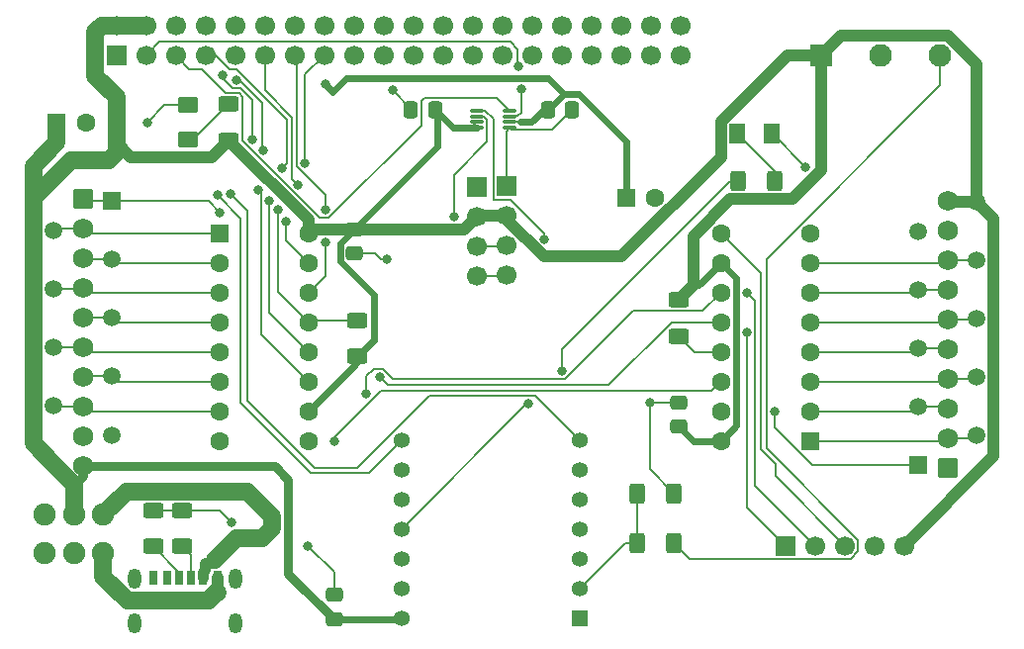
<source format=gbr>
%TF.GenerationSoftware,KiCad,Pcbnew,9.0.6*%
%TF.CreationDate,2025-11-29T13:47:23-05:00*%
%TF.ProjectId,SPI_Hat,5350495f-4861-4742-9e6b-696361645f70,rev?*%
%TF.SameCoordinates,Original*%
%TF.FileFunction,Copper,L1,Top*%
%TF.FilePolarity,Positive*%
%FSLAX46Y46*%
G04 Gerber Fmt 4.6, Leading zero omitted, Abs format (unit mm)*
G04 Created by KiCad (PCBNEW 9.0.6) date 2025-11-29 13:47:23*
%MOMM*%
%LPD*%
G01*
G04 APERTURE LIST*
G04 Aperture macros list*
%AMRoundRect*
0 Rectangle with rounded corners*
0 $1 Rounding radius*
0 $2 $3 $4 $5 $6 $7 $8 $9 X,Y pos of 4 corners*
0 Add a 4 corners polygon primitive as box body*
4,1,4,$2,$3,$4,$5,$6,$7,$8,$9,$2,$3,0*
0 Add four circle primitives for the rounded corners*
1,1,$1+$1,$2,$3*
1,1,$1+$1,$4,$5*
1,1,$1+$1,$6,$7*
1,1,$1+$1,$8,$9*
0 Add four rect primitives between the rounded corners*
20,1,$1+$1,$2,$3,$4,$5,0*
20,1,$1+$1,$4,$5,$6,$7,0*
20,1,$1+$1,$6,$7,$8,$9,0*
20,1,$1+$1,$8,$9,$2,$3,0*%
G04 Aperture macros list end*
%TA.AperFunction,ComponentPad*%
%ADD10R,1.700000X1.700000*%
%TD*%
%TA.AperFunction,ComponentPad*%
%ADD11C,1.700000*%
%TD*%
%TA.AperFunction,SMDPad,CuDef*%
%ADD12RoundRect,0.250000X0.400000X0.625000X-0.400000X0.625000X-0.400000X-0.625000X0.400000X-0.625000X0*%
%TD*%
%TA.AperFunction,SMDPad,CuDef*%
%ADD13RoundRect,0.250001X0.462499X0.624999X-0.462499X0.624999X-0.462499X-0.624999X0.462499X-0.624999X0*%
%TD*%
%TA.AperFunction,SMDPad,CuDef*%
%ADD14R,0.700000X1.200000*%
%TD*%
%TA.AperFunction,SMDPad,CuDef*%
%ADD15R,0.760000X1.200000*%
%TD*%
%TA.AperFunction,SMDPad,CuDef*%
%ADD16R,0.800000X1.200000*%
%TD*%
%TA.AperFunction,ComponentPad*%
%ADD17O,1.150000X1.750000*%
%TD*%
%TA.AperFunction,ComponentPad*%
%ADD18R,1.358000X1.358000*%
%TD*%
%TA.AperFunction,ComponentPad*%
%ADD19C,1.358000*%
%TD*%
%TA.AperFunction,ComponentPad*%
%ADD20RoundRect,0.250000X0.550000X0.550000X-0.550000X0.550000X-0.550000X-0.550000X0.550000X-0.550000X0*%
%TD*%
%TA.AperFunction,ComponentPad*%
%ADD21C,1.600000*%
%TD*%
%TA.AperFunction,SMDPad,CuDef*%
%ADD22RoundRect,0.250000X-0.400000X-0.625000X0.400000X-0.625000X0.400000X0.625000X-0.400000X0.625000X0*%
%TD*%
%TA.AperFunction,ComponentPad*%
%ADD23R,1.508000X1.508000*%
%TD*%
%TA.AperFunction,ComponentPad*%
%ADD24C,1.508000*%
%TD*%
%TA.AperFunction,ComponentPad*%
%ADD25RoundRect,0.250000X-0.550000X-0.550000X0.550000X-0.550000X0.550000X0.550000X-0.550000X0.550000X0*%
%TD*%
%TA.AperFunction,SMDPad,CuDef*%
%ADD26RoundRect,0.250000X-0.625000X0.400000X-0.625000X-0.400000X0.625000X-0.400000X0.625000X0.400000X0*%
%TD*%
%TA.AperFunction,SMDPad,CuDef*%
%ADD27RoundRect,0.250000X0.625000X-0.400000X0.625000X0.400000X-0.625000X0.400000X-0.625000X-0.400000X0*%
%TD*%
%TA.AperFunction,ComponentPad*%
%ADD28RoundRect,0.250000X0.620000X-0.620000X0.620000X0.620000X-0.620000X0.620000X-0.620000X-0.620000X0*%
%TD*%
%TA.AperFunction,ComponentPad*%
%ADD29C,1.740000*%
%TD*%
%TA.AperFunction,ComponentPad*%
%ADD30C,1.900000*%
%TD*%
%TA.AperFunction,SMDPad,CuDef*%
%ADD31RoundRect,0.250000X0.337500X0.475000X-0.337500X0.475000X-0.337500X-0.475000X0.337500X-0.475000X0*%
%TD*%
%TA.AperFunction,SMDPad,CuDef*%
%ADD32RoundRect,0.250000X0.475000X-0.337500X0.475000X0.337500X-0.475000X0.337500X-0.475000X-0.337500X0*%
%TD*%
%TA.AperFunction,SMDPad,CuDef*%
%ADD33RoundRect,0.250000X-0.475000X0.337500X-0.475000X-0.337500X0.475000X-0.337500X0.475000X0.337500X0*%
%TD*%
%TA.AperFunction,SMDPad,CuDef*%
%ADD34RoundRect,0.250001X-0.624999X0.462499X-0.624999X-0.462499X0.624999X-0.462499X0.624999X0.462499X0*%
%TD*%
%TA.AperFunction,ComponentPad*%
%ADD35R,1.950000X1.950000*%
%TD*%
%TA.AperFunction,ComponentPad*%
%ADD36C,1.950000*%
%TD*%
%TA.AperFunction,SMDPad,CuDef*%
%ADD37RoundRect,0.250000X-0.337500X-0.475000X0.337500X-0.475000X0.337500X0.475000X-0.337500X0.475000X0*%
%TD*%
%TA.AperFunction,SMDPad,CuDef*%
%ADD38RoundRect,0.033750X0.526250X0.101250X-0.526250X0.101250X-0.526250X-0.101250X0.526250X-0.101250X0*%
%TD*%
%TA.AperFunction,ComponentPad*%
%ADD39RoundRect,0.250000X-0.620000X0.620000X-0.620000X-0.620000X0.620000X-0.620000X0.620000X0.620000X0*%
%TD*%
%TA.AperFunction,ViaPad*%
%ADD40C,0.800000*%
%TD*%
%TA.AperFunction,Conductor*%
%ADD41C,1.500000*%
%TD*%
%TA.AperFunction,Conductor*%
%ADD42C,0.600000*%
%TD*%
%TA.AperFunction,Conductor*%
%ADD43C,1.000000*%
%TD*%
%TA.AperFunction,Conductor*%
%ADD44C,0.200000*%
%TD*%
%TA.AperFunction,Conductor*%
%ADD45C,0.800000*%
%TD*%
%TA.AperFunction,Conductor*%
%ADD46C,0.900000*%
%TD*%
G04 APERTURE END LIST*
D10*
%TO.P,J1,1,Pin_1*%
%TO.N,+3.3VA*%
X104370000Y-79770000D03*
D11*
%TO.P,J1,2,Pin_2*%
%TO.N,+5VA*%
X104370000Y-77230000D03*
%TO.P,J1,3,GPIO2*%
%TO.N,Net-(J1-GPIO2)*%
X106910000Y-79770000D03*
%TO.P,J1,4,Pin_4*%
%TO.N,+5VA*%
X106910000Y-77230000D03*
%TO.P,J1,5,GPIO3*%
%TO.N,Net-(J1-GPIO3)*%
X109450000Y-79770000D03*
%TO.P,J1,6,Pin_6*%
%TO.N,unconnected-(J1-Pin_6-Pad6)*%
X109450000Y-77230000D03*
%TO.P,J1,7,Pin_7*%
%TO.N,Net-(J1-Pin_7)*%
X111990000Y-79770000D03*
%TO.P,J1,8,Pin_8*%
%TO.N,Net-(J1-Pin_8)*%
X111990000Y-77230000D03*
%TO.P,J1,9,Pin_9*%
%TO.N,unconnected-(J1-Pin_9-Pad9)*%
X114530000Y-79770000D03*
%TO.P,J1,10,Pin_10*%
%TO.N,Net-(J1-Pin_10)*%
X114530000Y-77230000D03*
%TO.P,J1,11,Pin_11*%
%TO.N,Net-(J1-Pin_11)*%
X117070000Y-79770000D03*
%TO.P,J1,12,Pin_12*%
%TO.N,unconnected-(J1-Pin_12-Pad12)*%
X117070000Y-77230000D03*
%TO.P,J1,13,Pin_13*%
%TO.N,Net-(J1-Pin_13)*%
X119610000Y-79770000D03*
%TO.P,J1,14,Pin_14*%
%TO.N,unconnected-(J1-Pin_14-Pad14)*%
X119610000Y-77230000D03*
%TO.P,J1,15,Pin_15*%
%TO.N,Net-(J1-Pin_15)*%
X122150000Y-79770000D03*
%TO.P,J1,16,Pin_16*%
%TO.N,unconnected-(J1-Pin_16-Pad16)*%
X122150000Y-77230000D03*
%TO.P,J1,17,Pin_17*%
%TO.N,unconnected-(J1-Pin_17-Pad17)*%
X124690000Y-79770000D03*
%TO.P,J1,18,Pin_18*%
%TO.N,unconnected-(J1-Pin_18-Pad18)*%
X124690000Y-77230000D03*
%TO.P,J1,19,Pin_19*%
%TO.N,unconnected-(J1-Pin_19-Pad19)*%
X127230000Y-79770000D03*
%TO.P,J1,20,Pin_20*%
%TO.N,unconnected-(J1-Pin_20-Pad20)*%
X127230000Y-77230000D03*
%TO.P,J1,21,Pin_21*%
%TO.N,unconnected-(J1-Pin_21-Pad21)*%
X129770000Y-79770000D03*
%TO.P,J1,22,Pin_22*%
%TO.N,unconnected-(J1-Pin_22-Pad22)*%
X129770000Y-77230000D03*
%TO.P,J1,23,Pin_23*%
%TO.N,unconnected-(J1-Pin_23-Pad23)*%
X132310000Y-79770000D03*
%TO.P,J1,24,Pin_24*%
%TO.N,unconnected-(J1-Pin_24-Pad24)*%
X132310000Y-77230000D03*
%TO.P,J1,25,Pin_25*%
%TO.N,unconnected-(J1-Pin_25-Pad25)*%
X134850000Y-79770000D03*
%TO.P,J1,26,Pin_26*%
%TO.N,unconnected-(J1-Pin_26-Pad26)*%
X134850000Y-77230000D03*
%TO.P,J1,27,Pin_27*%
%TO.N,unconnected-(J1-Pin_27-Pad27)*%
X137390000Y-79770000D03*
%TO.P,J1,28,Pin_28*%
%TO.N,unconnected-(J1-Pin_28-Pad28)*%
X137390000Y-77230000D03*
%TO.P,J1,29,Pin_29*%
%TO.N,unconnected-(J1-Pin_29-Pad29)*%
X139930000Y-79770000D03*
%TO.P,J1,30,Pin_30*%
%TO.N,unconnected-(J1-Pin_30-Pad30)*%
X139930000Y-77230000D03*
%TO.P,J1,31,Pin_31*%
%TO.N,unconnected-(J1-Pin_31-Pad31)*%
X142470000Y-79770000D03*
%TO.P,J1,32,Pin_32*%
%TO.N,unconnected-(J1-Pin_32-Pad32)*%
X142470000Y-77230000D03*
%TO.P,J1,33,Pin_33*%
%TO.N,unconnected-(J1-Pin_33-Pad33)*%
X145010000Y-79770000D03*
%TO.P,J1,34,Pin_34*%
%TO.N,unconnected-(J1-Pin_34-Pad34)*%
X145010000Y-77230000D03*
%TO.P,J1,35,Pin_35*%
%TO.N,unconnected-(J1-Pin_35-Pad35)*%
X147550000Y-79770000D03*
%TO.P,J1,36,Pin_36*%
%TO.N,unconnected-(J1-Pin_36-Pad36)*%
X147550000Y-77230000D03*
%TO.P,J1,37,Pin_37*%
%TO.N,unconnected-(J1-Pin_37-Pad37)*%
X150090000Y-79770000D03*
%TO.P,J1,38,Pin_38*%
%TO.N,unconnected-(J1-Pin_38-Pad38)*%
X150090000Y-77230000D03*
%TO.P,J1,39,Pin_39*%
%TO.N,unconnected-(J1-Pin_39-Pad39)*%
X152630000Y-79770000D03*
%TO.P,J1,40,Pin_40*%
%TO.N,unconnected-(J1-Pin_40-Pad40)*%
X152630000Y-77230000D03*
%TD*%
D12*
%TO.P,R8,1*%
%TO.N,GND*%
X152050000Y-117250000D03*
%TO.P,R8,2*%
%TO.N,Net-(U3-D1)*%
X148950000Y-117250000D03*
%TD*%
D13*
%TO.P,D2,1,K*%
%TO.N,GND*%
X160487500Y-86500000D03*
%TO.P,D2,2,A*%
%TO.N,Net-(D2-A)*%
X157512500Y-86500000D03*
%TD*%
D14*
%TO.P,5v_in1,A5,CC1*%
%TO.N,Net-(5v_in1-CC1)*%
X109750000Y-124500000D03*
D15*
%TO.P,5v_in1,A9,VBUS_A*%
%TO.N,Net-(5v_in1-VBUS_A)*%
X111770000Y-124500000D03*
D16*
%TO.P,5v_in1,A12,GND_A*%
%TO.N,Net-(5v_in1-GND_A)*%
X113000000Y-124500000D03*
D14*
%TO.P,5v_in1,B5,CC2*%
%TO.N,Net-(5v_in1-CC2)*%
X110750000Y-124500000D03*
D15*
%TO.P,5v_in1,B9,VBUS_B*%
%TO.N,unconnected-(5v_in1-VBUS_B-PadB9)*%
X108730000Y-124500000D03*
D16*
%TO.P,5v_in1,B12,GND_B*%
%TO.N,unconnected-(5v_in1-GND_B-PadB12)*%
X107500000Y-124500000D03*
D17*
%TO.P,5v_in1,SH1,SHIELD*%
%TO.N,unconnected-(5v_in1-SHIELD-PadSH1)*%
X105930000Y-124580000D03*
%TO.P,5v_in1,SH2,SHIELD__1*%
%TO.N,unconnected-(5v_in1-SHIELD__1-PadSH2)*%
X114570000Y-124580000D03*
%TO.P,5v_in1,SH3,SHIELD__2*%
%TO.N,unconnected-(5v_in1-SHIELD__2-PadSH3)*%
X105930000Y-128380000D03*
%TO.P,5v_in1,SH4,SHIELD__3*%
%TO.N,unconnected-(5v_in1-SHIELD__3-PadSH4)*%
X114570000Y-128380000D03*
%TD*%
D18*
%TO.P,U3,1,D0*%
%TO.N,unconnected-(U3-D0-Pad1)*%
X143990000Y-127953000D03*
D19*
%TO.P,U3,2,D1*%
%TO.N,Net-(U3-D1)*%
X143990000Y-125413000D03*
%TO.P,U3,3,D2*%
%TO.N,unconnected-(U3-D2-Pad3)*%
X143990000Y-122873000D03*
%TO.P,U3,4,D3*%
%TO.N,unconnected-(U3-D3-Pad4)*%
X143990000Y-120333000D03*
%TO.P,U3,5,D4*%
%TO.N,unconnected-(U3-D4-Pad5)*%
X143990000Y-117793000D03*
%TO.P,U3,6,D5*%
%TO.N,unconnected-(U3-D5-Pad6)*%
X143990000Y-115253000D03*
%TO.P,U3,7,TX_D6*%
%TO.N,Net-(J1-Pin_10)*%
X143990000Y-112713000D03*
%TO.P,U3,8,RX_D7*%
%TO.N,Net-(J1-Pin_8)*%
X128750000Y-112713000D03*
%TO.P,U3,9,D8*%
%TO.N,unconnected-(U3-D8-Pad9)*%
X128750000Y-115253000D03*
%TO.P,U3,10,D9*%
%TO.N,unconnected-(U3-D9-Pad10)*%
X128750000Y-117793000D03*
%TO.P,U3,11,D10*%
%TO.N,Net-(U3-D10)*%
X128750000Y-120333000D03*
%TO.P,U3,12,VCC_3V3*%
%TO.N,unconnected-(U3-VCC_3V3-Pad12)*%
X128750000Y-122873000D03*
%TO.P,U3,13,GND*%
%TO.N,GND*%
X128750000Y-125413000D03*
%TO.P,U3,14,VUSB*%
%TO.N,+5VA*%
X128750000Y-127953000D03*
%TD*%
D20*
%TO.P,U2,1,QB*%
%TO.N,Net-(J3-Pin_2)*%
X163750000Y-112780000D03*
D21*
%TO.P,U2,2,QC*%
%TO.N,Net-(J3-Pin_3)*%
X163750000Y-110240000D03*
%TO.P,U2,3,QD*%
%TO.N,Net-(J3-Pin_4)*%
X163750000Y-107700000D03*
%TO.P,U2,4,QE*%
%TO.N,Net-(J3-Pin_5)*%
X163750000Y-105160000D03*
%TO.P,U2,5,QF*%
%TO.N,Net-(J3-Pin_6)*%
X163750000Y-102620000D03*
%TO.P,U2,6,QG*%
%TO.N,Net-(J3-Pin_7)*%
X163750000Y-100080000D03*
%TO.P,U2,7,QH*%
%TO.N,Net-(J3-Pin_8)*%
X163750000Y-97540000D03*
%TO.P,U2,8,GND*%
%TO.N,GND*%
X163750000Y-95000000D03*
%TO.P,U2,9,QH'*%
%TO.N,Net-(J7-Pin_3)*%
X156130000Y-95000000D03*
%TO.P,U2,10,~{SRCLR}*%
%TO.N,+5VA*%
X156130000Y-97540000D03*
%TO.P,U2,11,SRCLK*%
%TO.N,Net-(J1-Pin_7)*%
X156130000Y-100080000D03*
%TO.P,U2,12,RCLK*%
%TO.N,Net-(J1-Pin_15)*%
X156130000Y-102620000D03*
%TO.P,U2,13,~{OE}*%
%TO.N,Net-(U2-~{OE})*%
X156130000Y-105160000D03*
%TO.P,U2,14,SER*%
%TO.N,Net-(U1-QH')*%
X156130000Y-107700000D03*
%TO.P,U2,15,QA*%
%TO.N,Net-(J3-Pin_1)*%
X156130000Y-110240000D03*
%TO.P,U2,16,VCC*%
%TO.N,+5VA*%
X156130000Y-112780000D03*
%TD*%
D22*
%TO.P,R6,1*%
%TO.N,Net-(U3-D10)*%
X157577000Y-90500000D03*
%TO.P,R6,2*%
%TO.N,Net-(D2-A)*%
X160677000Y-90500000D03*
%TD*%
D23*
%TO.P,J3,1,Pin_1*%
%TO.N,Net-(J3-Pin_1)*%
X173000000Y-114810000D03*
D24*
%TO.P,J3,2,Pin_2*%
%TO.N,Net-(J3-Pin_2)*%
X178000000Y-112310000D03*
%TO.P,J3,3,Pin_3*%
%TO.N,Net-(J3-Pin_3)*%
X173000000Y-109810000D03*
%TO.P,J3,4,Pin_4*%
%TO.N,Net-(J3-Pin_4)*%
X178000000Y-107310000D03*
%TO.P,J3,5,Pin_5*%
%TO.N,Net-(J3-Pin_5)*%
X173000000Y-104810000D03*
%TO.P,J3,6,Pin_6*%
%TO.N,Net-(J3-Pin_6)*%
X178000000Y-102310000D03*
%TO.P,J3,7,Pin_7*%
%TO.N,Net-(J3-Pin_7)*%
X173000000Y-99810000D03*
%TO.P,J3,8,Pin_8*%
%TO.N,Net-(J3-Pin_8)*%
X178000000Y-97310000D03*
%TO.P,J3,9,Pin_9*%
%TO.N,GND*%
X173000000Y-94810000D03*
%TO.P,J3,10,Pin_10*%
%TO.N,+5VA*%
X178000000Y-92310000D03*
%TD*%
D25*
%TO.P,C4,1*%
%TO.N,+5VA*%
X99250000Y-85500000D03*
D21*
%TO.P,C4,2*%
%TO.N,GND*%
X101750000Y-85500000D03*
%TD*%
D25*
%TO.P,U1,1,QB*%
%TO.N,Net-(J2-Pin_2)*%
X113190000Y-95000000D03*
D21*
%TO.P,U1,2,QC*%
%TO.N,Net-(J2-Pin_3)*%
X113190000Y-97540000D03*
%TO.P,U1,3,QD*%
%TO.N,Net-(J2-Pin_4)*%
X113190000Y-100080000D03*
%TO.P,U1,4,QE*%
%TO.N,Net-(J2-Pin_5)*%
X113190000Y-102620000D03*
%TO.P,U1,5,QF*%
%TO.N,Net-(J2-Pin_6)*%
X113190000Y-105160000D03*
%TO.P,U1,6,QG*%
%TO.N,Net-(J2-Pin_7)*%
X113190000Y-107700000D03*
%TO.P,U1,7,QH*%
%TO.N,Net-(J2-Pin_8)*%
X113190000Y-110240000D03*
%TO.P,U1,8,GND*%
%TO.N,GND*%
X113190000Y-112780000D03*
%TO.P,U1,9,QH'*%
%TO.N,Net-(U1-QH')*%
X120810000Y-112780000D03*
%TO.P,U1,10,~{SRCLR}*%
%TO.N,+5VA*%
X120810000Y-110240000D03*
%TO.P,U1,11,SRCLK*%
%TO.N,Net-(J1-Pin_7)*%
X120810000Y-107700000D03*
%TO.P,U1,12,RCLK*%
%TO.N,Net-(J1-Pin_15)*%
X120810000Y-105160000D03*
%TO.P,U1,13,~{OE}*%
%TO.N,Net-(J1-Pin_11)*%
X120810000Y-102620000D03*
%TO.P,U1,14,SER*%
%TO.N,Net-(J1-Pin_13)*%
X120810000Y-100080000D03*
%TO.P,U1,15,QA*%
%TO.N,Net-(J2-Pin_1)*%
X120810000Y-97540000D03*
%TO.P,U1,16,VCC*%
%TO.N,+5VA*%
X120810000Y-95000000D03*
%TD*%
D26*
%TO.P,R1,1*%
%TO.N,Net-(J1-Pin_11)*%
X125000000Y-102450000D03*
%TO.P,R1,2*%
%TO.N,+5VA*%
X125000000Y-105550000D03*
%TD*%
D27*
%TO.P,R2,1*%
%TO.N,Net-(U2-~{OE})*%
X152500000Y-103800000D03*
%TO.P,R2,2*%
%TO.N,+5VA*%
X152500000Y-100700000D03*
%TD*%
D26*
%TO.P,R4,1*%
%TO.N,GND*%
X107500000Y-118700000D03*
%TO.P,R4,2*%
%TO.N,Net-(5v_in1-CC1)*%
X107500000Y-121800000D03*
%TD*%
D10*
%TO.P,J7,1,Pin_1*%
%TO.N,Net-(J1-Pin_15)*%
X161630000Y-121750000D03*
D11*
%TO.P,J7,2,Pin_2*%
%TO.N,Net-(J1-Pin_7)*%
X164170000Y-121750000D03*
%TO.P,J7,3,Pin_3*%
%TO.N,Net-(J7-Pin_3)*%
X166710000Y-121750000D03*
%TO.P,J7,4,Pin_4*%
%TO.N,GND*%
X169250000Y-121750000D03*
%TO.P,J7,5,Pin_5*%
%TO.N,+5VA*%
X171790000Y-121750000D03*
%TD*%
D28*
%TO.P,J9,1,Pin_1*%
%TO.N,Net-(J3-Pin_1)*%
X175500000Y-115110000D03*
D29*
%TO.P,J9,2,Pin_2*%
%TO.N,Net-(J3-Pin_2)*%
X175500000Y-112570000D03*
%TO.P,J9,3,Pin_3*%
%TO.N,Net-(J3-Pin_3)*%
X175500000Y-110030000D03*
%TO.P,J9,4,Pin_4*%
%TO.N,Net-(J3-Pin_4)*%
X175500000Y-107490000D03*
%TO.P,J9,5,Pin_5*%
%TO.N,Net-(J3-Pin_5)*%
X175500000Y-104950000D03*
%TO.P,J9,6,Pin_6*%
%TO.N,Net-(J3-Pin_6)*%
X175500000Y-102410000D03*
%TO.P,J9,7,Pin_7*%
%TO.N,Net-(J3-Pin_7)*%
X175500000Y-99870000D03*
%TO.P,J9,8,Pin_8*%
%TO.N,Net-(J3-Pin_8)*%
X175500000Y-97330000D03*
%TO.P,J9,9,Pin_9*%
%TO.N,GND*%
X175500000Y-94790000D03*
%TO.P,J9,10,Pin_10*%
%TO.N,+5VA*%
X175500000Y-92250000D03*
%TD*%
D25*
%TO.P,C3,1*%
%TO.N,+3.3VA*%
X148000000Y-92000000D03*
D21*
%TO.P,C3,2*%
%TO.N,GND*%
X150500000Y-92000000D03*
%TD*%
D30*
%TO.P,SW1,1,A*%
%TO.N,unconnected-(SW1-A-Pad1)*%
X98250000Y-122400000D03*
%TO.P,SW1,2,B*%
%TO.N,GND*%
X100750000Y-122400000D03*
%TO.P,SW1,3,C*%
%TO.N,Net-(5v_in1-GND_A)*%
X103250000Y-122400000D03*
%TO.P,SW1,4,C*%
%TO.N,unconnected-(SW1-C-Pad4)*%
X98250000Y-119100000D03*
%TO.P,SW1,5,B*%
%TO.N,+5VA*%
X100750000Y-119100000D03*
%TO.P,SW1,6,A*%
%TO.N,Net-(5v_in1-VBUS_A)*%
X103250000Y-119100000D03*
%TD*%
D31*
%TO.P,C5,1*%
%TO.N,GND*%
X143382657Y-84404749D03*
%TO.P,C5,2*%
%TO.N,+3.3VA*%
X141307657Y-84404749D03*
%TD*%
D32*
%TO.P,C2,1*%
%TO.N,GND*%
X124750000Y-96750000D03*
%TO.P,C2,2*%
%TO.N,+5VA*%
X124750000Y-94675000D03*
%TD*%
D33*
%TO.P,C7,1*%
%TO.N,GND*%
X123000000Y-125962500D03*
%TO.P,C7,2*%
%TO.N,+5VA*%
X123000000Y-128037500D03*
%TD*%
D22*
%TO.P,R7,1*%
%TO.N,Net-(U3-D1)*%
X148950000Y-121500000D03*
%TO.P,R7,2*%
%TO.N,Net-(J6-Pin_3)*%
X152050000Y-121500000D03*
%TD*%
D34*
%TO.P,D1,1,K*%
%TO.N,GND*%
X110500000Y-84025000D03*
%TO.P,D1,2,A*%
%TO.N,Net-(D1-A)*%
X110500000Y-87000000D03*
%TD*%
D33*
%TO.P,C1,1*%
%TO.N,GND*%
X152500000Y-109462500D03*
%TO.P,C1,2*%
%TO.N,+5VA*%
X152500000Y-111537500D03*
%TD*%
D26*
%TO.P,R5,1*%
%TO.N,GND*%
X110000000Y-118700000D03*
%TO.P,R5,2*%
%TO.N,Net-(5v_in1-CC2)*%
X110000000Y-121800000D03*
%TD*%
D35*
%TO.P,J6,1,Pin_1*%
%TO.N,+5VA*%
X164682500Y-79775000D03*
D36*
%TO.P,J6,2,Pin_2*%
%TO.N,GND*%
X169762500Y-79775000D03*
%TO.P,J6,3,Pin_3*%
%TO.N,Net-(J6-Pin_3)*%
X174842500Y-79775000D03*
%TD*%
D26*
%TO.P,R3,1*%
%TO.N,Net-(D1-A)*%
X114000000Y-83950000D03*
%TO.P,R3,2*%
%TO.N,+5VA*%
X114000000Y-87050000D03*
%TD*%
D37*
%TO.P,C6,1*%
%TO.N,GND*%
X129557657Y-84404749D03*
%TO.P,C6,2*%
%TO.N,+5VA*%
X131632657Y-84404749D03*
%TD*%
D10*
%TO.P,J4,1,Pin_1*%
%TO.N,GND*%
X137790000Y-90990000D03*
D11*
%TO.P,J4,2,Pin_2*%
%TO.N,+5VA*%
X137790000Y-93530000D03*
%TO.P,J4,3,Pin_3*%
%TO.N,Net-(J4-Pin_3)*%
X137790000Y-96070000D03*
%TO.P,J4,4,Pin_4*%
%TO.N,Net-(J4-Pin_4)*%
X137790000Y-98610000D03*
%TD*%
D38*
%TO.P,U4,1,GND*%
%TO.N,GND*%
X138057657Y-85990842D03*
%TO.P,U4,2,VREF_A*%
%TO.N,+3.3VA*%
X138057657Y-85490842D03*
%TO.P,U4,3,A1*%
%TO.N,Net-(J1-GPIO2)*%
X138057657Y-84990842D03*
%TO.P,U4,4,A2*%
%TO.N,Net-(J1-GPIO3)*%
X138057657Y-84490842D03*
%TO.P,U4,5,B2*%
%TO.N,Net-(J4-Pin_4)*%
X135247657Y-84490842D03*
%TO.P,U4,6,B1*%
%TO.N,Net-(J4-Pin_3)*%
X135247657Y-84990842D03*
%TO.P,U4,7,VREF_B*%
%TO.N,+5VA*%
X135247657Y-85490842D03*
%TO.P,U4,8,EN*%
X135247657Y-85990842D03*
%TD*%
D10*
%TO.P,J5,1,Pin_1*%
%TO.N,GND*%
X135250000Y-91000000D03*
D11*
%TO.P,J5,2,Pin_2*%
%TO.N,+5VA*%
X135250000Y-93540000D03*
%TO.P,J5,3,Pin_3*%
%TO.N,Net-(J4-Pin_3)*%
X135250000Y-96080000D03*
%TO.P,J5,4,Pin_4*%
%TO.N,Net-(J4-Pin_4)*%
X135250000Y-98620000D03*
%TD*%
D23*
%TO.P,J2,1,Pin_1*%
%TO.N,Net-(J2-Pin_1)*%
X104000000Y-92250000D03*
D24*
%TO.P,J2,2,Pin_2*%
%TO.N,Net-(J2-Pin_2)*%
X99000000Y-94750000D03*
%TO.P,J2,3,Pin_3*%
%TO.N,Net-(J2-Pin_3)*%
X104000000Y-97250000D03*
%TO.P,J2,4,Pin_4*%
%TO.N,Net-(J2-Pin_4)*%
X99000000Y-99750000D03*
%TO.P,J2,5,Pin_5*%
%TO.N,Net-(J2-Pin_5)*%
X104000000Y-102250000D03*
%TO.P,J2,6,Pin_6*%
%TO.N,Net-(J2-Pin_6)*%
X99000000Y-104750000D03*
%TO.P,J2,7,Pin_7*%
%TO.N,Net-(J2-Pin_7)*%
X104000000Y-107250000D03*
%TO.P,J2,8,Pin_8*%
%TO.N,Net-(J2-Pin_8)*%
X99000000Y-109750000D03*
%TO.P,J2,9,Pin_9*%
%TO.N,GND*%
X104000000Y-112250000D03*
%TO.P,J2,10,Pin_10*%
%TO.N,+5VA*%
X99000000Y-114750000D03*
%TD*%
D39*
%TO.P,J8,1,Pin_1*%
%TO.N,Net-(J2-Pin_1)*%
X101500000Y-92070000D03*
D29*
%TO.P,J8,2,Pin_2*%
%TO.N,Net-(J2-Pin_2)*%
X101500000Y-94610000D03*
%TO.P,J8,3,Pin_3*%
%TO.N,Net-(J2-Pin_3)*%
X101500000Y-97150000D03*
%TO.P,J8,4,Pin_4*%
%TO.N,Net-(J2-Pin_4)*%
X101500000Y-99690000D03*
%TO.P,J8,5,Pin_5*%
%TO.N,Net-(J2-Pin_5)*%
X101500000Y-102230000D03*
%TO.P,J8,6,Pin_6*%
%TO.N,Net-(J2-Pin_6)*%
X101500000Y-104770000D03*
%TO.P,J8,7,Pin_7*%
%TO.N,Net-(J2-Pin_7)*%
X101500000Y-107310000D03*
%TO.P,J8,8,Pin_8*%
%TO.N,Net-(J2-Pin_8)*%
X101500000Y-109850000D03*
%TO.P,J8,9,Pin_9*%
%TO.N,GND*%
X101500000Y-112390000D03*
%TO.P,J8,10,Pin_10*%
%TO.N,+5VA*%
X101500000Y-114930000D03*
%TD*%
D40*
%TO.N,GND*%
X163363603Y-89363603D03*
X127500000Y-97250000D03*
X150000000Y-109462500D03*
X114250000Y-119750000D03*
X107000000Y-85500000D03*
X120750000Y-121750000D03*
X128000000Y-82750000D03*
%TO.N,+3.3VA*%
X122250000Y-82250000D03*
%TO.N,Net-(J2-Pin_1)*%
X113250000Y-93250000D03*
X118883372Y-94000000D03*
%TO.N,Net-(J3-Pin_1)*%
X160700000Y-110240000D03*
%TO.N,Net-(J1-GPIO2)*%
X138750000Y-80750000D03*
X139000000Y-82650000D03*
%TO.N,Net-(J1-Pin_11)*%
X119939963Y-90867227D03*
X118183372Y-93000000D03*
%TO.N,Net-(J1-Pin_13)*%
X122250000Y-93000000D03*
X122250000Y-95775000D03*
%TO.N,Net-(J1-Pin_15)*%
X120502000Y-89008626D03*
X117451000Y-92250000D03*
X126898584Y-107300000D03*
X158331000Y-103500000D03*
%TO.N,Net-(J1-Pin_7)*%
X158330000Y-100080000D03*
X118536368Y-89463632D03*
X125750000Y-108750000D03*
X116500000Y-91250000D03*
%TO.N,Net-(J4-Pin_3)*%
X133247793Y-93575000D03*
%TO.N,Net-(J4-Pin_4)*%
X141016397Y-95483603D03*
%TO.N,Net-(U3-D10)*%
X142500000Y-106750000D03*
X139666500Y-109601000D03*
%TO.N,Net-(U1-QH')*%
X123011000Y-112780000D03*
%TO.N,Net-(J1-Pin_8)*%
X113000000Y-91750000D03*
X113500000Y-81500000D03*
X116036368Y-86963632D03*
%TO.N,Net-(J1-Pin_10)*%
X114630025Y-81869975D03*
X116973515Y-87900778D03*
X114119975Y-91619975D03*
%TD*%
D41*
%TO.N,+5VA*%
X104370000Y-87250000D02*
X104370000Y-83372000D01*
D42*
X154220000Y-99450000D02*
X153750000Y-99450000D01*
D41*
X102569000Y-81571000D02*
X102569000Y-77780000D01*
D42*
X157430000Y-98840000D02*
X157430000Y-111480000D01*
X126376000Y-100257502D02*
X123524000Y-97405502D01*
D43*
X147622735Y-97000000D02*
X156099000Y-88523735D01*
D44*
X135247657Y-85490842D02*
X134747657Y-85990842D01*
D41*
X104370000Y-77230000D02*
X106910000Y-77230000D01*
D45*
X119076000Y-116076000D02*
X117930000Y-114930000D01*
D42*
X121135000Y-94675000D02*
X120810000Y-95000000D01*
D41*
X103707603Y-88751000D02*
X100499000Y-88751000D01*
D42*
X123524000Y-97405502D02*
X123524000Y-95901000D01*
D43*
X156099000Y-88523735D02*
X156099000Y-85474156D01*
D41*
X100750000Y-119100000D02*
X100750000Y-116500000D01*
D43*
X105599301Y-88479301D02*
X104370000Y-87250000D01*
D42*
X125000000Y-106050000D02*
X125000000Y-105550000D01*
D43*
X124750000Y-94675000D02*
X121135000Y-94675000D01*
D42*
X156130000Y-112780000D02*
X153742500Y-112780000D01*
D41*
X104370000Y-83372000D02*
X102569000Y-81571000D01*
D42*
X133218750Y-85990842D02*
X135247657Y-85990842D01*
D43*
X179455000Y-114085000D02*
X171790000Y-121750000D01*
X140975744Y-97000000D02*
X147622735Y-97000000D01*
D45*
X101500000Y-115750000D02*
X100750000Y-116500000D01*
D42*
X131863954Y-87561046D02*
X124750000Y-94675000D01*
X153742500Y-112780000D02*
X152500000Y-111537500D01*
D41*
X99250000Y-87250000D02*
X99250000Y-85500000D01*
D45*
X117930000Y-114930000D02*
X101500000Y-114930000D01*
D43*
X178000000Y-80562278D02*
X178000000Y-92310000D01*
X178000000Y-92310000D02*
X175560000Y-92310000D01*
X124750000Y-94675000D02*
X134115000Y-94675000D01*
D41*
X104370000Y-77230000D02*
X103119000Y-77230000D01*
D42*
X131632657Y-84404749D02*
X133218750Y-85990842D01*
D41*
X97250000Y-92000000D02*
X97250000Y-113000000D01*
D43*
X114000000Y-87050000D02*
X120810000Y-93860000D01*
X164682500Y-79775000D02*
X166358500Y-78099000D01*
D42*
X131863954Y-84636046D02*
X131863954Y-87561046D01*
X123000000Y-128037500D02*
X128665500Y-128037500D01*
X123524000Y-95901000D02*
X124750000Y-94675000D01*
X135260000Y-93530000D02*
X135250000Y-93540000D01*
D43*
X137790000Y-93530000D02*
X137790000Y-93814256D01*
X178000000Y-92310000D02*
X179455000Y-93765000D01*
D41*
X102569000Y-77780000D02*
X103119000Y-77230000D01*
D43*
X175536722Y-78099000D02*
X178000000Y-80562278D01*
X162208256Y-92076000D02*
X164682500Y-89601756D01*
D41*
X100499000Y-88751000D02*
X97250000Y-92000000D01*
D43*
X114000000Y-87050000D02*
X112570699Y-88479301D01*
D41*
X104370000Y-88088603D02*
X104370000Y-87250000D01*
D42*
X156130000Y-97540000D02*
X157430000Y-98840000D01*
D43*
X152500000Y-100700000D02*
X153750000Y-99450000D01*
D42*
X157430000Y-111480000D02*
X156130000Y-112780000D01*
D41*
X100750000Y-116500000D02*
X99000000Y-114750000D01*
D43*
X120810000Y-93860000D02*
X120810000Y-95000000D01*
D42*
X156130000Y-97540000D02*
X154220000Y-99450000D01*
D45*
X119076000Y-124113500D02*
X119076000Y-116076000D01*
D43*
X112570699Y-88479301D02*
X105599301Y-88479301D01*
X137790000Y-93814256D02*
X140975744Y-97000000D01*
D45*
X101500000Y-114930000D02*
X101500000Y-115750000D01*
D43*
X166358500Y-78099000D02*
X175536722Y-78099000D01*
D42*
X126376000Y-104174000D02*
X126376000Y-100257502D01*
D43*
X156099000Y-85474156D02*
X161798156Y-79775000D01*
D41*
X97250000Y-113000000D02*
X99000000Y-114750000D01*
D42*
X128665500Y-128037500D02*
X128750000Y-127953000D01*
D43*
X153750000Y-95257265D02*
X156931265Y-92076000D01*
X164682500Y-89601756D02*
X164682500Y-79775000D01*
X134115000Y-94675000D02*
X135250000Y-93540000D01*
X156931265Y-92076000D02*
X162208256Y-92076000D01*
D42*
X125000000Y-105550000D02*
X126376000Y-104174000D01*
D43*
X153750000Y-99450000D02*
X153750000Y-95257265D01*
D41*
X97250000Y-89250000D02*
X99250000Y-87250000D01*
X97250000Y-92000000D02*
X97250000Y-89250000D01*
D42*
X120810000Y-110240000D02*
X125000000Y-106050000D01*
X131632657Y-84404749D02*
X131863954Y-84636046D01*
D43*
X179455000Y-93765000D02*
X179455000Y-114085000D01*
D41*
X103707603Y-88751000D02*
X104370000Y-88088603D01*
D43*
X175560000Y-92310000D02*
X175500000Y-92250000D01*
X161798156Y-79775000D02*
X164682500Y-79775000D01*
X137790000Y-93530000D02*
X135260000Y-93530000D01*
D45*
X119076000Y-124113500D02*
X123000000Y-128037500D01*
D44*
%TO.N,GND*%
X138192657Y-86125842D02*
X138057657Y-85990842D01*
X110000000Y-118700000D02*
X113200000Y-118700000D01*
X123000000Y-124000000D02*
X120750000Y-121750000D01*
X141661564Y-86125842D02*
X138192657Y-86125842D01*
X138057657Y-85990842D02*
X137790000Y-86258499D01*
X128000000Y-82750000D02*
X129557657Y-84307657D01*
X108475000Y-84025000D02*
X107000000Y-85500000D01*
X150000000Y-115200000D02*
X150000000Y-109462500D01*
X152050000Y-117250000D02*
X150000000Y-115200000D01*
X107500000Y-118700000D02*
X110000000Y-118700000D01*
X129557657Y-84307657D02*
X129557657Y-84404749D01*
X160500000Y-86500000D02*
X160487500Y-86500000D01*
X150000000Y-109462500D02*
X152500000Y-109462500D01*
X137790000Y-86258499D02*
X137790000Y-90990000D01*
X113200000Y-118700000D02*
X114250000Y-119750000D01*
X123000000Y-125962500D02*
X123000000Y-124000000D01*
X127000000Y-97250000D02*
X126500000Y-96750000D01*
X127500000Y-97250000D02*
X127000000Y-97250000D01*
X163363603Y-89363603D02*
X160500000Y-86500000D01*
X143382657Y-84404749D02*
X141661564Y-86125842D01*
X126500000Y-96750000D02*
X124750000Y-96750000D01*
X110500000Y-84025000D02*
X108475000Y-84025000D01*
D42*
%TO.N,+3.3VA*%
X141332308Y-81750000D02*
X142647357Y-83065049D01*
X148000000Y-92000000D02*
X148000000Y-87140590D01*
X122886398Y-82886398D02*
X124022796Y-81750000D01*
X124022796Y-81750000D02*
X141332308Y-81750000D01*
X141307657Y-84404749D02*
X140953908Y-84404749D01*
X148000000Y-87140590D02*
X143924459Y-83065049D01*
X141307657Y-84404749D02*
X142647357Y-83065049D01*
D44*
X138057657Y-85490842D02*
X138942343Y-85490842D01*
D42*
X139867815Y-85490842D02*
X138942343Y-85490842D01*
X140953908Y-84404749D02*
X139867815Y-85490842D01*
X122886398Y-82886398D02*
X122250000Y-82250000D01*
X143924459Y-83065049D02*
X142647357Y-83065049D01*
D44*
%TO.N,Net-(J2-Pin_7)*%
X101560000Y-107250000D02*
X101500000Y-107310000D01*
X104000000Y-107250000D02*
X101560000Y-107250000D01*
X104450000Y-107700000D02*
X104000000Y-107250000D01*
X113190000Y-107700000D02*
X104450000Y-107700000D01*
%TO.N,Net-(J2-Pin_2)*%
X99140000Y-94610000D02*
X99000000Y-94750000D01*
X101890000Y-95000000D02*
X101500000Y-94610000D01*
X101500000Y-94610000D02*
X99140000Y-94610000D01*
X113190000Y-95000000D02*
X101890000Y-95000000D01*
%TO.N,Net-(J2-Pin_6)*%
X113190000Y-105160000D02*
X101890000Y-105160000D01*
X99020000Y-104770000D02*
X99000000Y-104750000D01*
X101500000Y-104770000D02*
X99020000Y-104770000D01*
X101890000Y-105160000D02*
X101500000Y-104770000D01*
%TO.N,Net-(J2-Pin_3)*%
X101600000Y-97250000D02*
X101500000Y-97150000D01*
X104000000Y-97250000D02*
X101600000Y-97250000D01*
X113190000Y-97540000D02*
X104290000Y-97540000D01*
X104290000Y-97540000D02*
X104000000Y-97250000D01*
%TO.N,Net-(J2-Pin_5)*%
X113190000Y-102620000D02*
X104370000Y-102620000D01*
X104000000Y-102250000D02*
X103750000Y-102250000D01*
X104370000Y-102620000D02*
X104000000Y-102250000D01*
X103750000Y-102250000D02*
X103730000Y-102230000D01*
X103730000Y-102230000D02*
X101500000Y-102230000D01*
%TO.N,Net-(J2-Pin_8)*%
X101500000Y-109850000D02*
X99100000Y-109850000D01*
X113190000Y-110240000D02*
X101890000Y-110240000D01*
X99100000Y-109850000D02*
X99000000Y-109750000D01*
X101890000Y-110240000D02*
X101500000Y-109850000D01*
%TO.N,Net-(J2-Pin_4)*%
X113190000Y-100080000D02*
X101890000Y-100080000D01*
X101250000Y-99750000D02*
X99000000Y-99750000D01*
X101890000Y-100080000D02*
X101500000Y-99690000D01*
X101500000Y-99690000D02*
X101310000Y-99690000D01*
X101310000Y-99690000D02*
X101250000Y-99750000D01*
%TO.N,Net-(J2-Pin_1)*%
X104000000Y-92250000D02*
X112250000Y-92250000D01*
X101680000Y-92250000D02*
X101500000Y-92070000D01*
X118883372Y-95613372D02*
X120810000Y-97540000D01*
X112250000Y-92250000D02*
X113250000Y-93250000D01*
X118883372Y-94000000D02*
X118883372Y-95613372D01*
X104000000Y-92250000D02*
X101680000Y-92250000D01*
%TO.N,Net-(J3-Pin_2)*%
X177740000Y-112570000D02*
X178000000Y-112310000D01*
X175290000Y-112780000D02*
X175500000Y-112570000D01*
X175500000Y-112570000D02*
X177740000Y-112570000D01*
X163750000Y-112780000D02*
X175290000Y-112780000D01*
%TO.N,Net-(J3-Pin_3)*%
X175280000Y-109810000D02*
X175500000Y-110030000D01*
X172570000Y-110240000D02*
X173000000Y-109810000D01*
X163750000Y-110240000D02*
X172570000Y-110240000D01*
X173000000Y-109810000D02*
X175280000Y-109810000D01*
%TO.N,Net-(J3-Pin_6)*%
X163750000Y-102620000D02*
X175290000Y-102620000D01*
X175290000Y-102620000D02*
X175500000Y-102410000D01*
X175500000Y-102410000D02*
X177900000Y-102410000D01*
X177900000Y-102410000D02*
X178000000Y-102310000D01*
%TO.N,Net-(J3-Pin_5)*%
X163750000Y-105160000D02*
X172650000Y-105160000D01*
X173000000Y-104810000D02*
X175360000Y-104810000D01*
X172650000Y-105160000D02*
X173000000Y-104810000D01*
X175360000Y-104810000D02*
X175500000Y-104950000D01*
%TO.N,Net-(J3-Pin_4)*%
X175500000Y-107490000D02*
X177820000Y-107490000D01*
X163750000Y-107700000D02*
X175290000Y-107700000D01*
X177820000Y-107490000D02*
X178000000Y-107310000D01*
X175290000Y-107700000D02*
X175500000Y-107490000D01*
%TO.N,Net-(J3-Pin_1)*%
X160700000Y-110240000D02*
X160700000Y-111616160D01*
X163893840Y-114810000D02*
X173000000Y-114810000D01*
X160700000Y-111616160D02*
X163893840Y-114810000D01*
%TO.N,Net-(J3-Pin_7)*%
X175440000Y-99810000D02*
X175500000Y-99870000D01*
X163750000Y-100080000D02*
X172730000Y-100080000D01*
X173000000Y-99810000D02*
X175440000Y-99810000D01*
X172730000Y-100080000D02*
X173000000Y-99810000D01*
%TO.N,Net-(J3-Pin_8)*%
X175500000Y-97330000D02*
X177980000Y-97330000D01*
X163750000Y-97540000D02*
X175290000Y-97540000D01*
X175290000Y-97540000D02*
X175500000Y-97330000D01*
X177980000Y-97330000D02*
X178000000Y-97310000D01*
%TO.N,Net-(J1-GPIO3)*%
X121783785Y-93701000D02*
X122540364Y-93701000D01*
X130446157Y-85795207D02*
X130446157Y-83694589D01*
X113749000Y-82999000D02*
X114860160Y-82999000D01*
X130446157Y-83694589D02*
X130761997Y-83378749D01*
X122540364Y-93701000D02*
X130446157Y-85795207D01*
X136945564Y-83378749D02*
X138057657Y-84490842D01*
X115176000Y-83314840D02*
X115176000Y-87093214D01*
X110601000Y-80921000D02*
X111671000Y-80921000D01*
X114860160Y-82999000D02*
X115176000Y-83314840D01*
X109450000Y-79770000D02*
X110601000Y-80921000D01*
X130761997Y-83378749D02*
X136945564Y-83378749D01*
X111671000Y-80921000D02*
X113749000Y-82999000D01*
X115176000Y-87093214D02*
X121783785Y-93701000D01*
%TO.N,Net-(J1-GPIO2)*%
X138104760Y-78619000D02*
X138723499Y-79237739D01*
X139000000Y-84650341D02*
X138723499Y-84926842D01*
X138723499Y-79237739D02*
X138723499Y-80723499D01*
X139000000Y-82650000D02*
X139000000Y-84650341D01*
X108061000Y-78619000D02*
X138104760Y-78619000D01*
X138121657Y-84926842D02*
X138057657Y-84990842D01*
X138723499Y-80723499D02*
X138750000Y-80750000D01*
X138723499Y-84926842D02*
X138121657Y-84926842D01*
X106910000Y-79770000D02*
X108061000Y-78619000D01*
%TO.N,Net-(J1-Pin_11)*%
X119401000Y-85083900D02*
X119401000Y-90328264D01*
X117070000Y-79770000D02*
X117070000Y-82752900D01*
X120980000Y-102450000D02*
X120810000Y-102620000D01*
X118183372Y-93000000D02*
X118183372Y-99993372D01*
X118183372Y-99993372D02*
X120810000Y-102620000D01*
X125000000Y-102450000D02*
X120980000Y-102450000D01*
X117070000Y-82752900D02*
X119401000Y-85083900D01*
X119401000Y-90328264D02*
X119939963Y-90867227D01*
%TO.N,Net-(J1-Pin_13)*%
X122250000Y-93000000D02*
X122250000Y-91747990D01*
X122250000Y-95775000D02*
X122250000Y-98640000D01*
X122250000Y-98640000D02*
X120810000Y-100080000D01*
X119801000Y-89298990D02*
X119801000Y-79961000D01*
X122250000Y-91747990D02*
X119801000Y-89298990D01*
X119801000Y-79961000D02*
X119610000Y-79770000D01*
%TO.N,Net-(J1-Pin_15)*%
X122150000Y-79770000D02*
X120502000Y-81418000D01*
X158331000Y-103500000D02*
X158331000Y-118451000D01*
X120502000Y-81418000D02*
X120502000Y-89008626D01*
X127591084Y-107992500D02*
X146496340Y-107992500D01*
X151868840Y-102620000D02*
X156130000Y-102620000D01*
X117451000Y-92250000D02*
X117451000Y-101801000D01*
X117451000Y-101801000D02*
X120810000Y-105160000D01*
X158331000Y-118451000D02*
X161630000Y-121750000D01*
X146496340Y-107992500D02*
X151868840Y-102620000D01*
X126898584Y-107300000D02*
X127591084Y-107992500D01*
%TO.N,Net-(J1-Pin_7)*%
X126401000Y-106599000D02*
X125750000Y-107250000D01*
X125750000Y-107250000D02*
X125750000Y-108750000D01*
X116751000Y-103641000D02*
X116751000Y-91501000D01*
X118536368Y-89463632D02*
X119000000Y-89000000D01*
X116751000Y-91501000D02*
X116500000Y-91250000D01*
X111990000Y-79770000D02*
X112902240Y-79770000D01*
X112902240Y-79770000D02*
X114053240Y-80921000D01*
X159032000Y-100782000D02*
X159032000Y-116612000D01*
X127188948Y-106599000D02*
X126401000Y-106599000D01*
X128040948Y-107451000D02*
X127188948Y-106599000D01*
X119000000Y-89000000D02*
X119000000Y-85250000D01*
X148590364Y-101651000D02*
X142790364Y-107451000D01*
X119000000Y-85250000D02*
X114671000Y-80921000D01*
X158330000Y-100080000D02*
X159032000Y-100782000D01*
X114053240Y-80921000D02*
X114671000Y-80921000D01*
X120810000Y-107700000D02*
X116751000Y-103641000D01*
X154559000Y-101651000D02*
X148590364Y-101651000D01*
X159032000Y-116612000D02*
X164170000Y-121750000D01*
X156130000Y-100080000D02*
X154559000Y-101651000D01*
X142790364Y-107451000D02*
X128040948Y-107451000D01*
%TO.N,Net-(D1-A)*%
X110950000Y-87000000D02*
X114000000Y-83950000D01*
X110500000Y-87000000D02*
X110950000Y-87000000D01*
%TO.N,Net-(D2-A)*%
X160800000Y-90750000D02*
X160800000Y-89787500D01*
X160800000Y-89787500D02*
X157512500Y-86500000D01*
%TO.N,Net-(J4-Pin_3)*%
X133247793Y-90002207D02*
X133247793Y-93575000D01*
X136108657Y-85250000D02*
X136108657Y-87141343D01*
X135250000Y-96080000D02*
X137780000Y-96080000D01*
X137780000Y-96080000D02*
X137790000Y-96070000D01*
X136108657Y-87141343D02*
X133247793Y-90002207D01*
X135247657Y-84990842D02*
X135849499Y-84990842D01*
X135849499Y-84990842D02*
X136108657Y-85250000D01*
D41*
%TO.N,Net-(5v_in1-GND_A)*%
X112250000Y-126406000D02*
X112906000Y-125750000D01*
X105297910Y-126406000D02*
X103250000Y-124358090D01*
X103250000Y-124358090D02*
X103250000Y-122400000D01*
X112906000Y-125750000D02*
X113000000Y-125750000D01*
X112250000Y-126406000D02*
X105297910Y-126406000D01*
D43*
X113000000Y-124500000D02*
X113000000Y-125750000D01*
D44*
%TO.N,Net-(5v_in1-CC2)*%
X110750000Y-122550000D02*
X110750000Y-124500000D01*
X110000000Y-121800000D02*
X110750000Y-122550000D01*
D41*
%TO.N,Net-(5v_in1-VBUS_A)*%
X116874000Y-121101000D02*
X114649000Y-121101000D01*
X103250000Y-119100000D02*
X105251000Y-117099000D01*
X114649000Y-121101000D02*
X112801000Y-122949000D01*
D46*
X112501000Y-123249000D02*
X112801000Y-122949000D01*
D41*
X117725000Y-119225000D02*
X117725000Y-120250000D01*
D46*
X111949000Y-123801000D02*
X111949000Y-123249000D01*
X111770000Y-123980000D02*
X111949000Y-123801000D01*
D41*
X117725000Y-120250000D02*
X116874000Y-121101000D01*
D46*
X111949000Y-123249000D02*
X112501000Y-123249000D01*
D41*
X115599000Y-117099000D02*
X117725000Y-119225000D01*
D46*
X111770000Y-124500000D02*
X111770000Y-123980000D01*
D41*
X105251000Y-117099000D02*
X115599000Y-117099000D01*
D44*
%TO.N,Net-(5v_in1-CC1)*%
X109750000Y-124050000D02*
X109750000Y-124500000D01*
X107500000Y-121800000D02*
X109750000Y-124050000D01*
%TO.N,Net-(J4-Pin_4)*%
X135247657Y-84490842D02*
X135916599Y-84490842D01*
X135250000Y-98620000D02*
X137780000Y-98620000D01*
X136639000Y-85213243D02*
X136639000Y-92141000D01*
X138141000Y-92141000D02*
X141016397Y-95016397D01*
X141016397Y-95016397D02*
X141016397Y-95483603D01*
X137780000Y-98620000D02*
X137790000Y-98610000D01*
X136639000Y-92141000D02*
X138141000Y-92141000D01*
X135916599Y-84490842D02*
X136639000Y-85213243D01*
%TO.N,Net-(J6-Pin_3)*%
X167861000Y-121273240D02*
X167861000Y-122226760D01*
X174842500Y-82350450D02*
X160000000Y-97192950D01*
X167186760Y-122901000D02*
X153451000Y-122901000D01*
X153451000Y-122901000D02*
X152050000Y-121500000D01*
X160000000Y-113412240D02*
X167861000Y-121273240D01*
X160000000Y-97192950D02*
X160000000Y-113412240D01*
X174842500Y-79775000D02*
X174842500Y-82350450D01*
X167861000Y-122226760D02*
X167186760Y-122901000D01*
%TO.N,Net-(U2-~{OE})*%
X156130000Y-105160000D02*
X153860000Y-105160000D01*
X153860000Y-105160000D02*
X152500000Y-103800000D01*
%TO.N,Net-(U3-D10)*%
X156927000Y-90500000D02*
X142500000Y-104927000D01*
X142500000Y-104927000D02*
X142500000Y-106750000D01*
X139482000Y-109601000D02*
X128750000Y-120333000D01*
X139666500Y-109601000D02*
X139482000Y-109601000D01*
X157577000Y-90500000D02*
X156927000Y-90500000D01*
%TO.N,Net-(U1-QH')*%
X127000000Y-108500000D02*
X123011000Y-112489000D01*
X123011000Y-112489000D02*
X123011000Y-112780000D01*
X156130000Y-107700000D02*
X155330000Y-108500000D01*
X155330000Y-108500000D02*
X127000000Y-108500000D01*
%TO.N,Net-(J7-Pin_3)*%
X160750000Y-115790000D02*
X166710000Y-121750000D01*
X160750000Y-114729340D02*
X160750000Y-115790000D01*
X159500000Y-98370000D02*
X159500000Y-113479340D01*
X159500000Y-113479340D02*
X160750000Y-114729340D01*
X156130000Y-95000000D02*
X159500000Y-98370000D01*
%TO.N,Net-(J1-Pin_8)*%
X116000000Y-86927264D02*
X116000000Y-83571740D01*
X116036368Y-86963632D02*
X116000000Y-86927264D01*
X113000000Y-91750000D02*
X115000000Y-93750000D01*
X115000000Y-109500000D02*
X121000000Y-115500000D01*
X115026260Y-82598000D02*
X114348000Y-82598000D01*
X116000000Y-83571740D02*
X115026260Y-82598000D01*
X121000000Y-115500000D02*
X125963000Y-115500000D01*
X125963000Y-115500000D02*
X128750000Y-112713000D01*
X115000000Y-93750000D02*
X115000000Y-109500000D01*
X113500000Y-81750000D02*
X113500000Y-81500000D01*
X114348000Y-82598000D02*
X113500000Y-81750000D01*
%TO.N,Net-(J1-Pin_10)*%
X116874293Y-87801556D02*
X116874293Y-83878933D01*
X140178000Y-108901000D02*
X131176070Y-108901000D01*
X143990000Y-112713000D02*
X140178000Y-108901000D01*
X116874293Y-83878933D02*
X114865335Y-81869975D01*
X124978070Y-115099000D02*
X121349000Y-115099000D01*
X114865335Y-81869975D02*
X114630025Y-81869975D01*
X116973515Y-87900778D02*
X116874293Y-87801556D01*
X115549000Y-93049000D02*
X114119975Y-91619975D01*
X115549000Y-109299000D02*
X115549000Y-93049000D01*
X121349000Y-115099000D02*
X115549000Y-109299000D01*
X131176070Y-108901000D02*
X124978070Y-115099000D01*
%TO.N,Net-(U3-D1)*%
X148950000Y-121500000D02*
X147903000Y-121500000D01*
X147903000Y-121500000D02*
X143990000Y-125413000D01*
X148950000Y-117250000D02*
X148950000Y-121500000D01*
%TD*%
M02*

</source>
